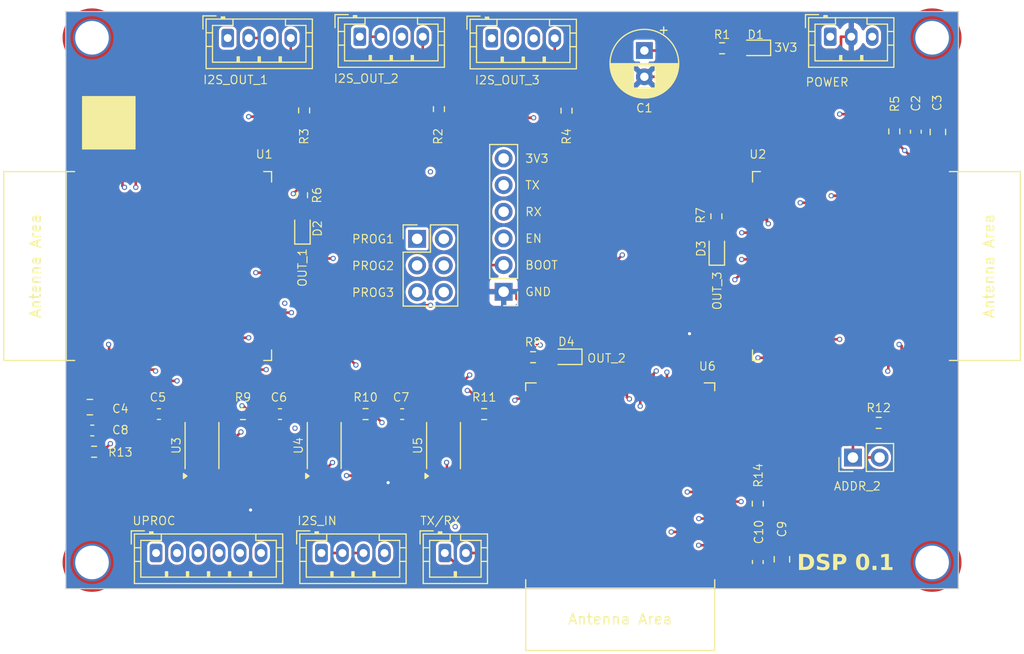
<source format=kicad_pcb>
(kicad_pcb (version 20240108) (generator "pcbnew") (generator_version "8.0")
  (layers (0 "F.Cu" signal) (1 "In1.Cu" signal) (2 "In2.Cu" signal) (31 "B.Cu" signal) (34 "B.Paste" user) (35 "F.Paste" user) (36 "B.SilkS" user "B.Silkscreen") (37 "F.SilkS" user "F.Silkscreen") (38 "B.Mask" user) (39 "F.Mask" user) (44 "Edge.Cuts" user))
  (net 0 "")
  (net 1 "GND")
  (net 2 "3V3")
  (net 3 "5V")
  (net 4 "Net-(D2-A)")
  (net 5 "I2S_IN_LRCLK")
  (net 6 "I2S_IN_DATA")
  (net 7 "I2S_IN_BCLK")
  (net 8 "I2S_OUT_1_DATA")
  (net 9 "I2S_OUT_2_DATA")
  (net 10 "I2S_OUT_3_DATA")
  (net 11 "I2S_IN_MCLK")
  (net 12 "Net-(D4-A)")
  (net 13 "EN1")
  (net 14 "EN")
  (net 15 "TX")
  (net 16 "RX")
  (net 17 "BOOT")
  (net 19 "ADDR")
  (net 20 "SCL")
  (net 21 "SDA")
  (net 22 "PROCESS_1")
  (net 23 "PROCESS_2")
  (net 24 "PROCESS_3")
  (net 25 "Net-(D1-A)")
  (net 26 "Net-(D3-A)")
  (net 64 "EN2")
  (net 65 "EN3")
  (net 66 "Net-(U2-GPIO4{slash}TOUCH4{slash}ADC1_CH3)")
  (net 67 "Net-(U6-GPIO4{slash}TOUCH4{slash}ADC1_CH3)")
  (net 68 "Net-(U3-OUT2)")
  (net 96 "Net-(U1-GPIO4{slash}TOUCH4{slash}ADC1_CH3)")
  (net 97 "I2S_BCLK")
  (net 98 "I2S_MCLK")
  (net 99 "I2S_LRCLK")
  (net 100 "I2S_OUT_MCLK")
  (net 105 "I2S_OUT_BCLK")
  (net 108 "I2S_OUT_LRCLK")
  (net 109 "Net-(U4-OUT2)")
  (net 110 "Net-(U5-OUT2)")
  (footprint "MountingHole:MountingHole_3.2mm_M3_DIN965_Pad_TopOnly" (layer "F.Cu") (at 61.9364 65.665)
    (property "Reference" "H1" (hide yes))
    (property "Value" "MountingHole")
  )
  (footprint "Connector_JST:JST_PH_B6B-PH-K_1x06_P2.00mm_Vertical" (layer "F.Cu") (at 68.0364 114.765)
    (property "Reference" "J9" (hide yes))
    (property "Value" "Conn_01x06_Pin")
  )
  (footprint "MountingHole:MountingHole_3.2mm_M3_DIN965_Pad_TopOnly" (layer "F.Cu") (at 141.9364 65.665)
    (property "Reference" "H2" (hide yes))
    (property "Value" "MountingHole")
  )
  (footprint "Resistor_SMD:R_0603_1608Metric" (layer "F.Cu") (at 121.3964 82.6775 -90)
    (property "Reference" "R7")
    (property "Value" "150R")
  )
  (footprint "Capacitor_SMD:C_0805_2012Metric_Pad1.18x1.45mm_HandSolder" (layer "F.Cu") (at 142.4864 74.64 90)
    (property "Reference" "C3")
    (property "Value" "10u")
  )
  (footprint "Resistor_SMD:R_0603_1608Metric" (layer "F.Cu") (at 94.9739 72.465 90)
    (property "Reference" "R2")
    (property "Value" "22R")
  )
  (footprint "Resistor_SMD:R_0603_1608Metric" (layer "F.Cu") (at 103.9364 96.105)
    (property "Reference" "R8")
    (property "Value" "150R")
  )
  (footprint "PCM_Espressif:ESP32-S3-WROOM-1" (layer "F.Cu") (at 112.2364 108.305 180)
    (property "Reference" "U6")
    (property "Value" "ESP32-S3-WROOM-1")
  )
  (footprint "Resistor_SMD:R_0603_1608Metric" (layer "F.Cu") (at 99.2864 101.5275)
    (property "Reference" "R11")
    (property "Value" "22R")
  )
  (footprint "Resistor_SMD:R_0603_1608Metric" (layer "F.Cu") (at 62.1364 105.115)
    (property "Reference" "R13")
    (property "Value" "4.7K")
  )
  (footprint "MountingHole:MountingHole_3.2mm_M3_DIN965_Pad_TopOnly" (layer "F.Cu") (at 141.9364 115.665)
    (property "Reference" "H4" (hide yes))
    (property "Value" "MountingHole")
  )
  (footprint "Connector_JST:JST_PH_B4B-PH-K_1x04_P2.00mm_Vertical" (layer "F.Cu") (at 100.0031 65.715)
    (property "Reference" "J4" (hide yes))
    (property "Value" "Conn_01x04_Pin")
  )
  (footprint "Resistor_SMD:R_0603_1608Metric" (layer "F.Cu") (at 87.9864 101.5275)
    (property "Reference" "R10")
    (property "Value" "22R")
  )
  (footprint "PCM_Espressif:ESP32-S3-WROOM-1" (layer "F.Cu") (at 134.5864 87.415 -90)
    (property "Reference" "U2")
    (property "Value" "ESP32-S3-WROOM-1")
  )
  (footprint "PCM_Espressif:ESP32-S3-WROOM-1" (layer "F.Cu") (at 69.2864 87.415 90)
    (property "Reference" "U1")
    (property "Value" "ESP32-S3-WROOM-1")
  )
  (footprint "Connector_PinHeader_2.54mm:PinHeader_1x02_P2.54mm_Vertical" (layer "F.Cu") (at 134.3964 105.665 90)
    (property "Reference" "J8" (hide yes))
    (property "Value" "Conn_01x02_Pin")
  )
  (footprint "Capacitor_SMD:C_0805_2012Metric_Pad1.18x1.45mm_HandSolder" (layer "F.Cu") (at 127.6364 115.365 90)
    (property "Reference" "C9")
    (property "Value" "10u")
  )
  (footprint "Capacitor_SMD:C_0603_1608Metric_Pad1.08x0.95mm_HandSolder" (layer "F.Cu") (at 79.8364 101.5275 180)
    (property "Reference" "C6")
    (property "Value" "0.1u")
  )
  (footprint "Connector_JST:JST_PH_B3B-PH-K_1x03_P2.00mm_Vertical" (layer "F.Cu") (at 132.2364 65.565)
    (property "Reference" "J2" (hide yes))
    (property "Value" "Conn_01x03_Pin")
  )
  (footprint "Resistor_SMD:R_0603_1608Metric" (layer "F.Cu") (at 76.3114 101.5275)
    (property "Reference" "R9")
    (property "Value" "22R")
  )
  (footprint "Connector_JST:JST_PH_B4B-PH-K_1x04_P2.00mm_Vertical" (layer "F.Cu") (at 83.7864 114.765)
    (property "Reference" "J10" (hide yes))
    (property "Value" "Conn_01x04_Pin")
  )
  (footprint "Resistor_SMD:R_0603_1608Metric" (layer "F.Cu") (at 138.3364 74.59 -90)
    (property "Reference" "R5")
    (property "Value" "4.7K")
  )
  (footprint "Capacitor_SMD:C_0603_1608Metric_Pad1.08x0.95mm_HandSolder" (layer "F.Cu") (at 61.9664 103.09 180)
    (property "Reference" "C8")
    (property "Value" "0.1u")
  )
  (footprint "MountingHole:MountingHole_3.2mm_M3_DIN965_Pad_TopOnly" (layer "F.Cu") (at 61.9364 115.665)
    (property "Reference" "H3" (hide yes))
    (property "Value" "MountingHole")
  )
  (footprint "Connector_JST:JST_PH_B4B-PH-K_1x04_P2.00mm_Vertical" (layer "F.Cu") (at 87.4364 65.565)
    (property "Reference" "J1" (hide yes))
    (property "Value" "Conn_01x04_Pin")
  )
  (footprint "Connector_PinHeader_2.54mm:PinHeader_2x03_P2.54mm_Vertical" (layer "F.Cu") (at 92.8964 84.825)
    (property "Reference" "J6" (hide yes))
    (property "Value" "Conn_02x03_Odd_Even")
  )
  (footprint "Connector_PinHeader_2.54mm:PinHeader_1x06_P2.54mm_Vertical" (layer "F.Cu") (at 101.1364 89.865 180)
    (property "Reference" "J7" (hide yes))
    (property "Value" "Conn_01x06_Pin")
  )
  (footprint "Capacitor_THT:CP_Radial_D6.3mm_P2.50mm" (layer "F.Cu") (at 114.5364 66.8826 -90)
    (property "Reference" "C1")
    (property "Value" "220u")
  )
  (footprint "Diode_SMD:D_0603_1608Metric" (layer "F.Cu") (at 107.1114 96.065 180)
    (property "Reference" "D4")
    (property "Value" "BLUE")
  )
  (footprint "Capacitor_SMD:C_0805_2012Metric_Pad1.18x1.45mm_HandSolder" (layer "F.Cu") (at 61.7364 100.865 180)
    (property "Reference" "C4")
    (property "Value" "10u")
  )
  (footprint "Diode_SMD:D_0603_1608Metric" (layer "F.Cu") (at 125.0739 66.625 180)
    (property "Reference" "D1")
    (property "Value" "BLUE")
  )
  (footprint "Connector_JST:JST_PH_B2B-PH-K_1x02_P2.00mm_Vertical" (layer "F.Cu") (at 95.5364 114.765)
    (property "Reference" "J11" (hide yes))
    (property "Value" "Conn_01x02_Pin")
  )
  (footprint "Capacitor_SMD:C_0603_1608Metric_Pad1.08x0.95mm_HandSolder" (layer "F.Cu") (at 125.3364 115.6275 90)
    (property "Reference" "C10")
    (property "Value" "0.1u")
  )
  (footprint "Capacitor_SMD:C_0603_1608Metric_Pad1.08x0.95mm_HandSolder" (layer "F.Cu") (at 91.4739 101.5275 180)
    (property "Reference" "C7")
    (property "Value" "0.1u")
  )
  (footprint "Resistor_SMD:R_0603_1608Metric" (layer "F.Cu") (at 107.1241 72.615 90)
    (property "Reference" "R4")
    (property "Value" "22R")
  )
  (footprint "Capacitor_SMD:C_0603_1608Metric_Pad1.08x0.95mm_HandSolder" (layer "F.Cu") (at 68.3114 101.5275 180)
    (property "Reference" "C5")
    (property "Value" "0.1u")
  )
  (footprint "Capacitor_SMD:C_0603_1608Metric_Pad1.08x0.95mm_HandSolder" (layer "F.Cu") (at 140.3864 74.615 90)
    (property "Reference" "C2")
    (property "Value" "0.1u")
  )
  (footprint "Package_SO:TSSOP-8_4.4x3mm_P0.65mm" (layer "F.Cu") (at 95.4114 104.5275 90)
    (property "Reference" "U5")
    (property "Value" "PI6CV304")
  )
  (footprint "Resistor_SMD:R_0603_1608Metric" (layer "F.Cu") (at 121.9364 66.665)
    (property "Reference" "R1")
    (property "Value" "150R")
  )
  (footprint "Diode_SMD:D_0603_1608Metric" (layer "F.Cu") (at 121.4364 85.8525 90)
    (property "Reference" "D3")
    (property "Value" "BLUE")
  )
  (footprint "Package_SO:TSSOP-8_4.4x3mm_P0.65mm" (layer "F.Cu") (at 72.4114 104.5275 90)
    (property "Reference" "U3")
    (property "Value" "PI6CV304")
  )
  (footprint "Diode_SMD:D_0603_1608Metric" (layer "F.Cu") (at 81.9764 83.84 90)
    (property "Reference" "D2")
    (property "Value" "BLUE")
  )
  (footprint "Connector_JST:JST_PH_B4B-PH-K_1x04_P2.00mm_Vertical" (layer "F.Cu") (at 74.8614 65.69)
    (property "Reference" "J3" (hide yes))
    (property "Value" "Conn_01x04_Pin")
  )
  (footprint "Package_SO:TSSOP-8_4.4x3mm_P0.65mm" (layer "F.Cu") (at 84.0489 104.5275 90)
    (property "Reference" "U4")
    (property "Value" "PI6CV304")
  )
  (footprint "Resistor_SMD:R_0603_1608Metric" (layer "F.Cu") (at 136.8464 102.365)
    (property "Reference" "R12")
    (property "Value" "4.7K")
  )
  (footprint "Resistor_SMD:R_0603_1608Metric" (layer "F.Cu") (at 82.1364 72.59 90)
    (property "Reference" "R3")
    (property "Value" "22R")
  )
  (footprint "Resistor_SMD:R_0603_1608Metric" (layer "F.Cu") (at 125.3364 110.065 -90)
    (property "Reference" "R14")
    (property "Value" "4.7K")
  )
  (footprint "Resistor_SMD:R_0603_1608Metric" (layer "F.Cu") (at 81.9364 80.665 -90)
    (property "Reference" "R6")
    (property "Value" "150R")
  )
  (gr_rect (start 61.0364 71.265) (end 66.0364 76.265) (stroke (width 0.1)) (fill solid) (layer "F.SilkS"))
  (gr_line (start 59.4364 108.165) (end 59.4364 63.165) (stroke (width 0.1)) (layer "Edge.Cuts"))
  (gr_line (start 59.4364 118.165) (end 59.4364 108.165) (stroke (width 0.1)) (layer "Edge.Cuts"))
  (gr_line (start 144.4364 118.165) (end 144.4364 63.165) (stroke (width 0.1)) (layer "Edge.Cuts"))
  (gr_line (start 59.4364 63.165) (end 144.4364 63.165) (stroke (width 0.1)) (layer "Edge.Cuts"))
  (gr_line (start 59.4364 118.165) (end 144.4364 118.165) (stroke (width 0.1)) (layer "Edge.Cuts"))
  (gr_text "DSP 0.1" (at 138.3114 116.64 0) (layer "F.SilkS") (effects (font (size 1.5 1.5) (thickness 0.1) (bold yes)) (justify right bottom)))
  (gr_text "I2S_OUT_3" (at 98.3364 70.165 0) (layer "F.SilkS") (effects (font (size 0.8 0.8) (thickness 0.1)) (justify left bottom)))
  (gr_text "I2S_IN" (at 81.4364 112.165 0) (layer "F.SilkS") (effects (font (size 0.8 0.8) (thickness 0.1)) (justify left bottom)))
  (gr_text "ADDR_2" (at 132.5214 108.865 0) (layer "F.SilkS") (effects (font (size 0.8 0.8) (thickness 0.1)) (justify left bottom)))
  (gr_text "3V3\n" (at 103.1364 77.645 0) (layer "F.SilkS") (effects (font (size 0.8 0.8) (thickness 0.1)) (justify left bottom)))
  (gr_text "OUT_2\n" (at 109.0364 96.673 0) (layer "F.SilkS") (effects (font (size 0.8 0.8) (thickness 0.1)) (justify left bottom)))
  (gr_text "PROG3" (at 86.6364 90.415 0) (layer "F.SilkS") (effects (font (size 0.8 0.8) (thickness 0.1)) (justify left bottom)))
  (gr_text "OUT_1" (at 82.4364 89.465 90) (layer "F.SilkS") (effects (font (size 0.8 0.8) (thickness 0.1)) (justify left bottom)))
  (gr_text "EN" (at 103.1364 85.265 0) (layer "F.SilkS") (effects (font (size 0.8 0.8) (thickness 0.1)) (justify left bottom)))
  (gr_text "PROG1\n" (at 86.6364 85.315 0) (layer "F.SilkS") (effects (font (size 0.8 0.8) (thickness 0.1)) (justify left bottom)))
  (gr_text "BOOT\n" (at 103.1364 87.805 0) (layer "F.SilkS") (effects (font (size 0.8 0.8) (thickness 0.1)) (justify left bottom)))
  (gr_text "OUT_3" (at 121.9364 91.665 90) (layer "F.SilkS") (effects (font (size 0.8 0.8) (thickness 0.1)) (justify left bottom)))
  (gr_text "I2S_OUT_1" (at 72.4614 70.14 0) (layer "F.SilkS") (effects (font (size 0.8 0.8) (thickness 0.1)) (justify left bottom)))
  (gr_text "RX" (at 103.1364 82.725 0) (layer "F.SilkS") (effects (font (size 0.8 0.8) (thickness 0.1)) (justify left bottom)))
  (gr_text "PROG2" (at 86.6364 87.865 0) (layer "F.SilkS") (effects (font (size 0.8 0.8) (thickness 0.1)) (justify left bottom)))
  (gr_text "I2S_OUT_2" (at 84.8989 70.015 0) (layer "F.SilkS") (effects (font (size 0.8 0.8) (thickness 0.1)) (justify left bottom)))
  (gr_text "3V3" (at 126.8364 67.065 0) (layer "F.SilkS") (effects (font (size 0.8 0.8) (thickness 0.1)) (justify left bottom)))
  (gr_text "TX/RX" (at 93.1364 112.165 0) (layer "F.SilkS") (effects (font (size 0.8 0.8) (thickness 0.1)) (justify left bottom)))
  (gr_text "UPROC" (at 65.7364 112.165 0) (layer "F.SilkS") (effects (font (size 0.8 0.8) (thickness 0.1)) (justify left bottom)))
  (gr_text "POWER" (at 129.8364 70.365 0) (layer "F.SilkS") (effects (font (size 0.8 0.8) (thickness 0.1)) (justify left bottom)))
  (gr_text "TX\n" (at 103.1364 80.185 0) (layer "F.SilkS") (effects (font (size 0.8 0.8) (thickness 0.1)) (justify left bottom)))
  (gr_text "GND\n" (at 103.1364 90.345 0) (layer "F.SilkS") (effects (font (size 0.8 0.8) (thickness 0.1)) (justify left bottom)))
  (segment (start 142.8464 96.165) (end 142.8464 94.4617) (width 0.25) (layer "F.Cu") (net 1))
  (segment (start 105.6498 99.9317) (end 105.2514 99.9317) (width 0.25) (layer "F.Cu") (net 1))
  (segment (start 106.2856 97.6783) (end 105.2514 97.6783) (width 0.25) (layer "F.Cu") (net 1))
  (segment (start 107.8989 96.065) (end 102.3631 90.5292) (width 0.25) (layer "F.Cu") (net 1))
  (segment (start 123.9597 81.7) (end 122.8838 82.7759) (width 0.25) (layer "F.Cu") (net 1))
  (segment (start 113.0364 108.845) (end 113.0364 110.245) (width 0.25) (layer "F.Cu") (net 1))
  (segment (start 81.9764 84.6275) (end 86.2245 84.6275) (width 0.25) (layer "F.Cu") (net 1))
  (segment (start 120.5364 85.74) (end 106.4881 85.74) (width 0.25) (layer "F.Cu") (net 1))
  (segment (start 120.9864 116.565) (end 123.5364 116.565) (width 0.25) (layer "F.Cu") (net 1))
  (segment (start 112.3364 107.445) (end 112.3364 106.6183) (width 0.25) (layer "F.Cu") (net 1))
  (segment (start 65.7497 90.315) (end 61.0264 95.0383) (width 0.25) (layer "F.Cu") (net 1))
  (segment (start 125.0864 81.7) (end 123.9597 81.7) (width 0.25) (layer "F.Cu") (net 1))
  (segment (start 67.3464 88.5016) (end 67.3464 88.0883) (width 0.25) (layer "F.Cu") (net 1))
  (segment (start 85.5274 105.3244) (end 88.2466 105.3244) (width 0.25) (layer "F.Cu") (net 1))
  (segment (start 136.5264 87.315) (end 136.5264 88.1417) (width 0.25) (layer "F.Cu") (net 1))
  (segment (start 138.1231 84.515) (end 142.8464 79.7917) (width 0.25) (layer "F.Cu") (net 1))
  (segment (start 67.3464 90.315) (end 65.7497 90.315) (width 0.25) (layer "F.Cu") (net 1))
  (segment (start 140.3864 73.7525) (end 142.121 73.7525) (width 0.25) (layer "F.Cu") (net 1))
  (segment (start 142.313 73.7525) (end 143.6368 75.0763) (width 0.25) (layer "F.Cu") (net 1))
  (segment (start 125.0864 81.7) (end 128.7416 81.7) (width 0.25) (layer "F.Cu") (net 1))
  (segment (start 61.1039 101.27) (end 61.1039 103.09) (width 0.25) (layer "F.Cu") (net 1))
  (segment (start 113.0364 107.445) (end 112.3364 107.445) (width 0.25) (layer "F.Cu") (net 1))
  (segment (start 143.6368 75.0763) (end 143.6368 76.7479) (width 0.25) (layer "F.Cu") (net 1))
  (segment (start 101.1364 89.865) (end 99.9097 89.865) (width 0.25) (layer "F.Cu") (net 1))
  (segment (start 143.6368 76.7479) (end 142.8464 77.5383) (width 0.25) (layer "F.Cu") (net 1))
  (segment (start 115.1364 110.245) (end 115.1364 111.8417) (width 0.25) (layer "F.Cu") (net 1))
  (segment (start 133.2432 66.8327) (end 133.2597 66.8162) (width 0.25) (layer "F.Cu") (net 1))
  (segment (start 133.7264 84.515) (end 132.8997 84.515) (width 0.25) (layer "F.Cu") (net 1))
  (segment (start 68.7464 88.915) (end 67.9197 88.915) (width 0.25) (layer "F.Cu") (net 1))
  (segment (start 122.8838 85.1926) (end 121.4364 86.64) (width 0.25) (layer "F.Cu") (net 1))
  (segment (start 122.8838 82.7759) (end 122.8838 85.1926) (width 0.25) (layer "F.Cu") (net 1))
  (segment (start 113.7364 107.445) (end 115.1364 107.445) (width 0.25) (layer "F.Cu") (net 1))
  (segment (start 70.1464 87.515) (end 68.7464 87.515) (width 0.25) (layer "F.Cu") (net 1))
  (segment (start 70.9731 90.315) (end 73.7881 93.13) (width 0.25) (layer "F.Cu") (net 1))
  (segment (start 66.1791 84.9444) (end 61.0264 79.7917) (width 0.25) (layer "F.Cu") (net 1))
  (segment (start 61.8154 99.7485) (end 60.6989 100.865) (width 0.25) (layer "F.Cu") (net 1))
  (segment (start 142.8464 94.4617) (end 136.5264 88.1417) (width 0.25) (layer "F.Cu") (net 1))
  (segment (start 107.8989 96.065) (end 106.2856 97.6783) (width 0.25) (layer "F.Cu") (net 1))
  (segment (start 105.2514 98.2416) (end 105.2514 97.6783) (width 0.25) (layer "F.Cu") (net 1))
  (segment (start 110.4131 116.565) (end 115.1364 111.8417) (width 0.25) (layer "F.Cu") (net 1))
  (segment (start 113.0364 107.445) (end 113.0364 108.845) (width 0.25) (layer "F.Cu") (net 1))
  (segment (start 113.7364 110.245) (end 115.1364 110.245) (width 0.25) (layer "F.Cu") (net 1))
  (segment (start 133.7264 86.3283) (end 133.7264 86.7417) (width 0.25) (layer "F.Cu") (net 1))
  (segment (start 103.4864 116.565) (end 110.4131 116.565) (width 0.25) (layer "F.Cu") (net 1))
  (segment (start 142.8464 97.2917) (end 142.7447 97.2917) (width 0.25) (layer "F.Cu") (net 1))
  (segment (start 70.1464 87.515) (end 70.9731 87.515) (width 0.25) (layer "F.Cu") (net 1))
  (segment (start 70.9731 84.9444) (end 66.1791 84.9444) (width 0.25) (layer "F.Cu") (net 1))
  (segment (start 67.3464 87.515) (end 67.3464 88.0883) (width 0.25) (layer "F.Cu") (net 1))
  (segment (start 86.2245 84.6275) (end 90.2353 88.6383) (width 0.25) (layer "F.Cu") (net 1))
  (segment (start 78.7864 80.43) (end 77.6597 80.43) (width 0.25) (layer "F.Cu") (net 1))
  (segment (start 90.6114 102.9596) (end 90.6114 101.5275) (width 0.25) (layer "F.Cu") (net 1))
  (segment (start 101.504 99.9606) (end 101.504 101.4777) (width 0.25) (layer "F.Cu") (net 1))
  (segment (start 133.2597 66.8162) (end 133.4501 66.8162) (width 0.25) (layer "F.Cu") (net 1))
  (segment (start 134.7131 85.915) (end 135.1264 85.915) (width 0.25) (layer "F.Cu") (net 1))
  (segment (start 142.8464 96.7283) (end 142.8464 97.2917) (width 0.25) (layer "F.Cu") (net 1))
  (segment (start 133.8864 86.3283) (end 134.2997 85.915) (width 0.25) (layer "F.Cu") (net 1))
  (segment (start 81.9764 84.6275) (end 79.9131 82.5642) (width 0.25) (layer "F.Cu") (net 1))
  (segment (start 98.683 88.6383) (end 99.9097 89.865) (width 0.25) (layer "F.Cu") (net 1))
  (segment (start 120.4231 116.565) (end 119.8597 116.565) (width 0.25) (layer "F.Cu") (net 1))
  (segment (start 70.9731 84.9444) (end 70.9731 87.515) (width 0.25) (layer "F.Cu") (net 1))
  (segment (start 133.2597 66.8162) (end 133.2597 65.565) (width 0.25) (layer "F.Cu") (net 1))
  (segment (start 135.1264 87.315) (end 136.5264 87.315) (width 0.25) (layer "F.Cu") (net 1))
  (segment (start 133.4501 66.8162) (end 140.3864 73.7525) (width 0.25) (layer "F.Cu") (net 1))
  (segment (start 61.8154 99.7485) (end 61.0264 98.9595) (width 0.25) (layer "F.Cu") (net 1))
  (segment (start 113.7364 108.845) (end 115.1364 108.845) (width 0.25) (layer "F.Cu") (net 1))
  (segment (start 67.3464 88.5016) (end 67.5063 88.5016) (width 0.25) (layer "F.Cu") (net 1))
  (segment (start 61.0264 98.9595) (end 61.0264 96.165) (width 0.25) (layer "F.Cu") (net 1))
  (segment (start 134.7131 84.515) (end 135.1264 84.515) (width 0.25) (layer "F.Cu") (net 1))
  (segment (start 88.2466 105.3244) (end 90.6114 102.9596) (width 0.25) (layer "F.Cu") (net 1))
  (segment (start 115.1364 111.8417) (end 119.8597 116.565) (width 0.25) (layer "F.Cu") (net 1))
  (segment (start 105.2514 98.805) (end 105.2514 99.9317) (width 0.25) (layer "F.Cu") (net 1))
  (segment (start 78.9739 101.8025) (end 73.3864 107.39) (width 0.25) (layer "F.Cu") (net 1))
  (segment (start 68.7464 87.515) (end 67.3464 87.515) (width 0.25) (layer "F.Cu") (net 1))
  (segment (start 90.2353 88.6383) (end 98.683 88.6383) (width 0.25) (layer "F.Cu") (net 1))
  (segment (start 133.7264 87.315) (end 135.1264 87.315) (width 0.25) (layer "F.Cu") (net 1))
  (segment (start 112.3364 106.6183) (end 105.6498 99.9317) (width 0.25) (layer "F.Cu") (net 1))
  (segment (start 123.5364 116.565) (end 125.3364 114.765) (width 0.25) (layer "F.Cu") (net 1))
  (segment (start 68.7464 90.315) (end 67.3464 90.315) (width 0.25) (layer "F.Cu") (net 1))
  (segment (start 113.0364 110.245) (end 113.7364 110.245) (width 0.25) (layer "F.Cu") (net 1))
  (segment (start 79.9131 82.5642) (end 79.9131 80.43) (width 0.25) (layer "F.Cu") (net 1))
  (segment (start 128.7416 81.7) (end 131.5566 84.515) (width 0.25) (layer "F.Cu") (net 1))
  (segment (start 134.7131 85.915) (end 134.2997 85.915) (width 0.25) (layer "F.Cu") (net 1))
  (segment (start 133.7264 87.315) (end 133.7264 86.7417) (width 0.25) (layer "F.Cu") (net 1))
  (segment (start 125.8614 66.625) (end 123.1038 69.3826) (width 0.25) (layer "F.Cu") (net 1))
  (segment (start 112.3364 110.245) (end 113.0364 110.245) (width 0.25) (layer "F.Cu") (net 1))
  (segment (start 142.7447 97.2917) (end 137.6714 102.365) (width 0.25) (layer "F.Cu") (net 1))
  (segment (start 73.1453 84.9444) (end 70.9731 84.9444) (width 0.25) (layer "F.Cu") (net 1))
  (segment (start 85.5274 105.3244) (end 85.5274 106.8865) (width 0.25) (layer "F.Cu") (net 1))
  (segment (start 61.0264 78.665) (end 61.0264 79.7917) (width 0.25) (layer "F.Cu") (net 1))
  (segment (start 134.2364 65.565) (end 133.2597 65.565) (width 0.25) (layer "F.Cu") (net 1))
  (segment (start 135.1264 84.515) (end 136.5264 84.515) (width 0.25) (layer "F.Cu") (net 1))
  (segment (start 82.4958 105.3244) (end 78.9739 101.8025) (width 0.25) (layer "F.Cu") (net 1))
  (segment (start 96.3864 102.9596) (end 90.6114 102.9596) (width 0.25) (layer "F.Cu") (net 1))
  (segment (start 112.3364 108.845) (end 113.0364 108.845) (width 0.25) (layer "F.Cu") (net 1))
  (segment (start 79.3498 80.43) (end 79.9131 80.43) (width 0.25) (layer "F.Cu") (net 1))
  (segment (start 101.1364 89.865) (end 102.3631 89.865) (width 0.25) (layer "F.Cu") (net 1))
  (segment (start 100.0221 102.9596) (end 96.3864 102.9596) (width 0.25) (layer "F.Cu") (net 1))
  (segment (start 101.504 101.4777) (end 100.0221 102.9596) (width 0.25) (layer "F.Cu") (net 1))
  (segment (start 133.7264 85.915) (end 133.7264 86.3283) (width 0.25) (layer "F.Cu") (net 1))
  (segment (start 65.6699 99.7485) (end 61.8154 99.7485) (width 0.25) (layer "F.Cu") (net 1))
  (segment (start 126.0691 66.8327) (end 133.2432 66.8327) (width 0.25) (layer "F.Cu") (net 1))
  (segment (start 142.8464 78.665) (end 142.8464 79.7917) (width 0.25) (layer "F.Cu") (net 1))
  (segment (start 133.7264 84.515) (end 134.2997 84.515) (width 0.25) (layer "F.Cu") (net 1))
  (segment (start 125.3364 114.765) (end 127.1989 114.765) (width 0.25) (layer "F.Cu") (net 1))
  (segment (start 102.3631 90.5292) (end 102.3631 89.865) (width 0.25) (layer "F.Cu") (net 1))
  (segment (start 67.5063 88.5016) (end 67.9197 88.915) (width 0.25) (layer "F.Cu") (net 1))
  (segment (start 113.0364 108.845) (end 113.7364 108.845) (width 0.25) (layer "F.Cu") (net 1))
  (segment (start 67.3464 88.915) (end 67.3464 88.5016) (width 0.25) (layer "F.Cu") (net 1))
  (segment (start 121.4364 86.64) (end 120.5364 85.74) (width 0.25) (layer "F.Cu") (net 1))
  (segment (start 106.4881 85.74) (end 102.3631 89.865) (width 0.25) (layer "F.Cu") (net 1))
  (segment (start 113.0364 107.445) (end 113.7364 107.445) (width 0.25) (layer "F.Cu") (net 1))
  (segment (start 123.1038 69.3826) (end 114.5364 69.3826) (width 0.25) (layer "F.Cu") (net 1))
  (segment (start 103.223 98.2416) (end 101.504 99.9606) (width 0.25) (layer "F.Cu") (net 1))
  (segment (start 73.7881 93.13) (end 78.7864 93.13) (width 0.25) (layer "F.Cu") (net 1))
  (segment (start 131.5566 84.515) (end 132.8997 84.515) (width 0.25) (layer "F.Cu") (net 1))
  (segment (start 61.0264 96.165) (end 61.0264 95.0383) (width 0.25) (layer "F.Cu") (net 1))
  (segment (start 77.6597 80.43) (end 73.1453 84.9444) (width 0.25) (layer "F.Cu") (net 1))
  (segment (start 96.3864 107.39) (end 96.3864 102.9596) (width 0.25) (layer "F.Cu") (net 1))
  (segment (start 133.7264 85.915) (end 133.7264 84.515) (width 0.25) (layer "F.Cu") (net 1))
  (segment (start 85.5274 106.8865) (end 85.0239 107.39) (width 0.25) (layer "F.Cu") (net 1))
  (segment (start 70.1464 90.315) (end 70.9731 90.315) (width 0.25) (layer "F.Cu") (net 1))
  (segment (start 105.2514 98.2416) (end 103.223 98.2416) (width 0.25) (layer "F.Cu") (net 1))
  (segment (start 85.5274 105.3244) (end 82.4958 105.3244) (width 0.25) (layer "F.Cu") (net 1))
  (segment (start 133.7264 86.3283) (end 133.8864 86.3283) (width 0.25) (layer "F.Cu") (net 1))
  (segment (start 70.1464 88.915) (end 68.7464 88.915) (width 0.25) (layer "F.Cu") (net 1))
  (segment (start 135.1264 85.915) (end 136.5264 85.915) (width 0.25) (layer "F.Cu") (net 1))
  (segment (start 136.5264 84.515) (end 138.1231 84.515) (width 0.25) (layer "F.Cu") (net 1))
  (segment (start 134.7131 84.515) (end 134.2997 84.515) (width 0.25) (layer "F.Cu") (net 1))
  (segment (start 67.4489 101.5275) (end 65.6699 99.7485) (width 0.25) (layer "F.Cu") (net 1))
  (segment (start 68.7464 90.315) (end 70.1464 90.315) (width 0.25) (layer "F.Cu") (net 1))
  (segment (start 70.1464 88.915) (end 70.1464 90.315) (width 0.25) (layer "F.Cu") (net 1))
  (segment (start 142.8464 78.665) (end 142.8464 77.5383) (width 0.25) (layer "F.Cu") (net 1))
  (via (at 77.0364 110.665) (size 0.5) (drill 0.3) (layers "F.Cu" "B.Cu") (net 1))
  (via (at 90.1364 108.065) (size 0.5) (drill 0.3) (layers "F.Cu" "B.Cu") (net 1))
  (via (at 118.8364 93.865) (size 0.5) (drill 0.3) (layers "F.Cu" "B.Cu") (net 1))
  (segment (start 128.7481 113.6826) (end 128.7076 113.6421) (width 0.25) (layer "F.Cu") (net 2))
  (segment (start 83.7239 108.3525) (end 84.1364 108.765) (width 0.25) (layer "F.Cu") (net 2))
  (segment (start 141.5764 78.665) (end 141.5764 76.5875) (width 0.25) (layer "F.Cu") (net 2))
  (segment (start 73.5514 100.0848) (end 72.7364 100.8998) (width 0.25) (layer "F.Cu") (net 2))
  (segment (start 62.7739 100.865) (end 62.7739 103.035) (width 0.25) (layer "F.Cu") (net 2))
  (segment (start 95.39 100.5156) (end 95.7364 100.862) (width 0.25) (layer "F.Cu") (net 2))
  (segment (start 114.5364 66.8826) (end 115.7131 66.8826) (width 0.25) (layer "F.Cu") (net 2))
  (segment (start 136.9364 105.665) (end 135.7097 105.665) (width 0.25) (layer "F.Cu") (net 2))
  (segment (start 125.3364 116.49) (end 127.5489 116.49) (width 0.25) (layer "F.Cu") (net 2))
  (segment (start 82.5792 106.2403) (end 80.3027 108.5168) (width 0.25) (layer "F.Cu") (net 2))
  (segment (start 64.9381 97.2917) (end 69.1739 101.5275) (width 0.25) (layer "F.Cu") (net 2))
  (segment (start 72.3736 108.5168) (end 72.0864 108.2296) (width 0.25) (layer "F.Cu") (net 2))
  (segment (start 83.3529 106.2403) (end 82.5792 106.2403) (width 0.25) (layer "F.Cu") (net 2))
  (segment (start 124.9235 113.3584) (end 122.9869 115.295) (width 0.25) (layer "F.Cu") (net 2))
  (segment (start 72.7364 100.8998) (end 72.7364 101.665) (width 0.25) (layer "F.Cu") (net 2))
  (segment (start 126.2368 113.3584) (end 124.9235 113.3584) (width 0.25) (layer "F.Cu") (net 2))
  (segment (start 122.9869 115.295) (end 120.9864 115.295) (width 0.25) (layer "F.Cu") (net 2))
  (segment (start 95.39 100.5156) (end 95.39 100.3077) (width 0.25) (layer "F.Cu") (net 2))
  (segment (start 121.1114 66.665) (end 115.9307 66.665) (width 0.25) (layer "F.Cu") (net 2))
  (segment (start 62.2964 97.2917) (end 64.9381 97.2917) (width 0.25) (layer "F.Cu") (net 2))
  (segment (start 140.0489 75.4775) (end 138.3364 73.765) (width 0.25) (layer "F.Cu") (net 2))
  (segment (start 72.7364 102.4693) (end 72.4115 102.7942) (width 0.25) (layer "F.Cu") (net 2))
  (segment (start 126.2368 110.3404) (end 125.3364 109.44) (width 0.25) (layer "F.Cu") (net 2))
  (segment (start 62.8289 103.09) (end 62.8289 103.5975) (width 0.25) (layer "F.Cu") (net 2))
  (segment (start 72.7364 101.665) (end 72.7364 102.4693) (width 0.25) (layer "F.Cu") (net 2))
  (segment (start 128.4239 113.3584) (end 126.2368 113.3584) (width 0.25) (layer "F.Cu") (net 2))
  (segment (start 133.1309 94.4) (end 125.0864 94.4) (width 0.25) (layer "F.Cu") (net 2))
  (segment (start 126.2368 113.3584) (end 126.2368 110.3404) (width 0.25) (layer "F.Cu") (net 2))
  (segment (start 137.5112 72.9398) (end 133.1309 72.9398) (width 0.25) (layer "F.Cu") (net 2))
  (segment (start 62.2964 96.165) (end 62.2964 97.2917) (width 0.25) (layer "F.Cu") (net 2))
  (segment (start 79.2562 100.0848) (end 73.5514 100.0848) (width 0.25) (layer "F.Cu") (net 2))
  (segment (start 84.3739 101.665) (end 84.3739 100.8212) (width 0.25) (layer "F.Cu") (net 2))
  (segment (start 69.1739 101.5275) (end 67.6114 103.09) (width 0.25) (layer "F.Cu") (net 2))
  (segment (start 67.6114 103.09) (end 62.8289 103.09) (width 0.25) (layer "F.Cu") (net 2))
  (segment (start 95.7364 100.862) (end 95.7364 101.665) (width 0.25) (layer "F.Cu") (net 2))
  (segment (start 135.7097 106.64) (end 128.7076 113.6421) (width 0.25) (layer "F.Cu") (net 2))
  (segment (start 80.3027 108.5168) (end 72.3736 108.5168) (width 0.25) (layer "F.Cu") (net 2))
  (segment (start 117.9514 98.805) (end 117.9514 97.6783) (width 0.25) (layer "F.Cu") (net 2))
  (segment (start 142.2864 75.4775) (end 140.3864 75.4775) (width 0.25) (layer "F.Cu") (net 2))
  (segment (start 84.6795 100.5156) (end 84.3739 100.8212) (width 0.25) (layer "F.Cu") (net 2))
  (segment (start 83.7239 106.6113) (end 83.3529 106.2403) (width 0.25) (layer "F.Cu") (net 2))
  (segment (start 72.0864 107.39) (end 72.0864 102.7942) (width 0.25) (layer "F.Cu") (net 2))
  (segment (start 72.4115 102.7942) (end 72.0864 102.7942) (width 0.25) (layer "F.Cu") (net 2))
  (segment (start 83.7239 107.39) (end 83.7239 108.3525) (width 0.25) (layer "F.Cu") (net 2))
  (segment (start 83.7239 107.39) (end 83.7239 106.6113) (width 0.25) (layer "F.Cu") (net 2))
  (segment (start 70.4406 102.7942) (end 69.1739 101.5275) (width 0.25) (layer "F.Cu") (net 2))
  (segment (start 62.8289 103.5975) (end 61.3114 105.115) (width 0.25) (layer "F.Cu") (net 2))
  (segment (start 121.2297 94.4) (end 117.9514 97.6783) (width 0.25) (layer "F.Cu") (net 2))
  (segment (start 92.3364 100.5156) (end 92.3364 101.5275) (width 0.25) (layer "F.Cu") (net 2))
  (segment (start 80.6989 101.5275) (end 79.2562 100.0848) (width 0.25) (layer "F.Cu") (net 2))
  (segment (start 92.3364 100.5156) (end 95.39 100.5156) (width 0.25) (layer "F.Cu") (net 2))
  (segment (start 115.9307 66.665) (end 115.7131 66.8826) (width 0.25) (layer "F.Cu") (net 2))
  (segment (start 94.4963 108.765) (end 95.0864 108.1749) (width 0.25) (layer "F.Cu") (net 2))
  (segment (start 84.1364 108.765) (end 94.4963 108.765) (width 0.25) (layer "F.Cu") (net 2))
  (segment (start 127.6364 116.4025) (end 128.7481 115.2908) (width 0.25) (layer "F.Cu") (net 2))
  (segment (start 95.0864 108.1749) (end 95.0864 107.39) (width 0.25) (layer "F.Cu") (net 2))
  (segment (start 92.3364 100.5156) (end 84.6795 100.5156) (width 0.25) (layer "F.Cu") (net 2))
  (segment (start 141.5764 76.5875) (end 142.4864 75.6775) (width 0.25) (layer "F.Cu") (net 2))
  (segment (start 84.3739 100.8212) (end 84.0939 100.5412) (width 0.25) (layer "F.Cu") (net 2))
  (segment (start 84.0939 100.5412) (end 81.6852 100.5412) (width 0.25) (layer "F.Cu") (net 2))
  (segment (start 128.7481 115.2908) (end 128.7481 113.6826) (width 0.25) (layer "F.Cu") (net 2))
  (segment (start 72.0864 102.7942) (end 70.4406 102.7942) (width 0.25) (layer "F.Cu") (net 2))
  (segment (start 138.3364 73.765) (end 137.5112 72.9398) (width 0.25) (layer "F.Cu") (net 2))
  (segment (start 128.7076 113.6421) (end 128.4239 113.3584) (width 0.25) (layer "F.Cu") (net 2))
  (segment (start 125.0864 94.4) (end 121.2297 94.4) (width 0.25) (layer "F.Cu") (net 2))
  (segment (start 81.6852 100.5412) (end 80.6989 101.5275) (width 0.25) (layer "F.Cu") (net 2))
  (segment (start 72.0864 108.2296) (end 72.0864 107.39) (width 0.25) (layer "F.Cu") (net 2))
  (segment (start 135.7097 105.665) (end 135.7097 106.64) (width 0.25) (layer "F.Cu") (net 2))
  (segment (start 95.39 100.3077) (end 97.8951 97.8026) (width 0.25) (layer "F.Cu") (net 2))
  (via (at 133.1309 72.9398) (size 0.5) (drill 0.3) (layers "F.Cu" "B.Cu") (net 2))
  (via (at 97.8951 97.8026) (size 0.5) (drill 0.3) (layers "F.Cu" "B.Cu") (net 2))
  (via (at 133.1309 94.4) (size 0.5) (drill 0.3) (layers "F.Cu" "B.Cu") (net 2))
  (segment (start 81.9364 83.0125) (end 81.9364 81.49) (width 0.25) (layer "F.Cu") (net 4))
  (segment (start 86.8097 113.7883) (end 86.8097 114.765) (width 0.25) (layer "F.Cu") (net 5))
  (segment (start 83.0739 110.0525) (end 86.8097 113.7883) (width 0.25) (layer "F.Cu") (net 5))
  (segment (start 83.0739 107.39) (end 83.0739 110.0525) (width 0.25) (layer "F.Cu") (net 5))
  (segment (start 87.7864 114.765) (end 86.8097 114.765) (width 0.25) (layer "F.Cu") (net 5))
  (segment (start 115.4114 98.805) (end 115.4114 97.6783) (width 0.25) (layer "F.Cu") (net 6))
  (segment (start 87.0642 96.8502) (end 87.0686 96.8502) (width 0.25) (layer "F.Cu") (net 6))
  (segment (start 125.0864 84.24) (end 123.9597 84.24) (width 0.25) (layer "F.Cu") (net 6))
  (segment (start 79.0481 90.3283) (end 80.5423 90.3283) (width 0.25) (layer "F.Cu") (net 6))
  (segment (start 80.5423 90.3283) (end 87.0642 96.8502) (width 0.25) (layer "F.Cu") (net 6))
  (segment (start 115.6701 97.4196) (end 115.4114 97.6783) (width 0.25) (layer "F.Cu") (net 6))
  (segment (start 123.9597 84.24) (end 123.8103 84.24) (width 0.25) (layer "F.Cu") (net 6))
  (via (at 87.0686 96.8502) (size 0.5) (drill 0.3) (layers "F.Cu" "B.Cu") (net 6))
  (via (at 123.8103 84.24) (size 0.5) (drill 0.3) (layers "F.Cu" "B.Cu") (net 6))
  (via (at 115.6701 97.4196) (size 0.5) (drill 0.3) (layers "F.Cu" "B.Cu") (net 6))
  (segment (start 76.0333 112.9145) (end 83.8616 112.9145) (width 0.25) (layer "F.Cu") (net 7))
  (segment (start 85.7864 114.765) (end 84.8097 114.765) (width 0.25) (layer "F.Cu") (net 7))
  (segment (start 84.8097 113.8626) (end 84.8097 114.765) (width 0.25) (layer "F.Cu") (net 7))
  (segment (start 71.4364 107.39) (end 71.4364 108.3176) (width 0.25) (layer "F.Cu") (net 7))
  (segment (start 83.8616 112.9145) (end 84.8097 113.8626) (width 0.25) (layer "F.Cu") (net 7))
  (segment (start 71.4364 108.3176) (end 76.0333 112.9145) (width 0.25) (layer "F.Cu") (net 7))
  (segment (start 80.8614 70.49) (end 82.1364 71.765) (width 0.25) (layer "F.Cu") (net 8))
  (segment (start 80.8614 65.69) (end 80.8614 70.49) (width 0.25) (layer "F.Cu") (net 8))
  (segment (start 93.4364 65.565) (end 93.4364 70.1025) (width 0.25) (layer "F.Cu") (net 9))
  (segment (start 93.4364 70.1025) (end 94.9739 71.64) (width 0.25) (layer "F.Cu") (net 9))
  (segment (start 106.0031 70.669) (end 107.1241 71.79) (width 0.25) (layer "F.Cu") (net 10))
  (segment (start 106.0031 65.715) (end 106.0031 70.669) (width 0.25) (layer "F.Cu") (net 10))
  (segment (start 94.4364 107.39) (end 86.1731 107.39) (width 0.25) (layer "F.Cu") (net 11))
  (via (at 86.1731 107.39) (size 0.5) (drill 0.3) (layers "F.Cu" "B.Cu") (net 11))
  (segment (start 106.3239 96.065) (end 104.8014 96.065) (width 0.25) (layer "F.Cu") (net 12))
  (segment (start 63.6909 104.3448) (end 62.9614 105.0743) (width 0.25) (layer "F.Cu") (net 13))
  (segment (start 63.5664 96.165) (end 63.5664 94.9343) (width 0.25) (layer "F.Cu") (net 13))
  (segment (start 63.5664 94.9343) (end 63.5193 94.8872) (width 0.25) (layer "F.Cu") (net 13))
  (via (at 63.6909 104.3448) (size 0.5) (drill 0.3) (layers "F.Cu" "B.Cu") (net 13))
  (via (at 63.5193 94.8872) (size 0.5) (drill 0.3) (layers "F.Cu" "B.Cu") (net 13))
  (segment (start 98.5619 116.0345) (end 101.8414 112.755) (width 0.25) (layer "F.Cu") (net 15))
  (segment (start 65.0307 79.9168) (end 64.9056 79.7917) (width 0.25) (layer "F.Cu") (net 15))
  (segment (start 96.8059 116.0345) (end 98.5619 116.0345) (width 0.25) (layer "F.Cu") (net 15))
  (segment (start 95.5364 114.765) (end 96.8059 116.0345) (width 0.25) (layer "F.Cu") (net 15))
  (segment (start 138.7929 94.8896) (end 138.9416 95.0383) (width 0.25) (layer "F.Cu") (net 15))
  (segment (start 138.9416 95.0383) (end 139.0364 95.0383) (width 0.25) (layer "F.Cu") (net 15))
  (segment (start 139.0364 96.165) (end 139.0364 95.0383) (width 0.25) (layer "F.Cu") (net 15))
  (segment (start 101.8414 112.755) (end 103.4864 112.755) (width 0.25) (layer "F.Cu") (net 15))
  (segment (start 64.8364 78.665) (end 64.8364 79.7917) (width 0.25) (layer "F.Cu") (net 15))
  (segment (start 64.9056 79.7917) (end 64.8364 79.7917) (width 0.25) (layer "F.Cu") (net 15))
  (via (at 65.0307 79.9168) (size 0.5) (drill 0.3) (layers "F.Cu" "B.Cu") (net 15))
  (via (at 138.7929 94.8896) (size 0.5) (drill 0.3) (layers "F.Cu" "B.Cu") (net 15))
  (segment (start 97.5364 114.765) (end 98.5131 114.765) (width 0.25) (layer "F.Cu") (net 16))
  (segment (start 66.1064 78.665) (end 66.1064 79.9168) (width 0.25) (layer "F.Cu") (net 16))
  (segment (start 137.7664 97.3804) (end 137.7132 97.4336) (width 0.25) (layer "F.Cu") (net 16))
  (segment (start 98.5131 114.765) (end 101.7931 111.485) (width 0.25) (layer "F.Cu") (net 16))
  (segment (start 137.7664 96.165) (end 137.7664 97.3804) (width 0.25) (layer "F.Cu") (net 16))
  (segment (start 101.7931 111.485) (end 103.4864 111.485) (width 0.25) (layer "F.Cu") (net 16))
  (via (at 66.1064 79.9168) (size 0.5) (drill 0.3) (layers "F.Cu" "B.Cu") (net 16))
  (via (at 137.7132 97.4336) (size 0.5) (drill 0.3) (layers "F.Cu" "B.Cu") (net 16))
  (segment (start 103.4864 100.055) (end 102.3597 100.055) (width 0.25) (layer "F.Cu") (net 17))
  (segment (start 126.3364 96.165) (end 125.3506 96.165) (width 0.25) (layer "F.Cu") (net 17))
  (segment (start 77.5364 78.665) (end 91.2497 78.665) (width 0.25) (layer "F.Cu") (net 17))
  (segment (start 91.2497 78.665) (end 99.9097 87.325) (width 0.25) (layer "F.Cu") (net 17))
  (segment (start 102.2022 100.2125) (end 102.3597 100.055) (width 0.25) (layer "F.Cu") (net 17))
  (segment (start 101.1364 87.325) (end 99.9097 87.325) (width 0.25) (layer "F.Cu") (net 17))
  (via (at 81.266 102.875) (size 0.5) (drill 0.3) (layers "F.Cu" "B.Cu") (net 17))
  (via (at 102.2022 100.2125) (size 0.5) (drill 0.3) (layers "F.Cu" "B.Cu") (net 17))
  (via (at 125.3506 96.165) (size 0.5) (drill 0.3) (layers "F.Cu" "B.Cu") (net 17))
  (segment (start 134.3964 105.665) (end 134.3964 103.99) (width 0.25) (layer "F.Cu") (net 19))
  (segment (start 126.2131 83.2563) (end 126.3446 83.3878) (width 0.25) (layer "F.Cu") (net 19))
  (segment (start 116.6814 98.805) (end 116.6814 97.5318) (width 0.25) (layer "F.Cu") (net 19))
  (segment (start 134.3964 103.99) (end 136.0214 102.365) (width 0.25) (layer "F.Cu") (net 19))
  (segment (start 126.2131 82.97) (end 126.2131 83.2563) (width 0.25) (layer "F.Cu") (net 19))
  (segment (start 78.7864 91.86) (end 80.9272 91.86) (width 0.25) (layer "F.Cu") (net 19))
  (segment (start 125.0864 82.97) (end 126.2131 82.97) (width 0.25) (layer "F.Cu") (net 19))
  (via (at 126.3446 83.3878) (size 0.5) (drill 0.3) (layers "F.Cu" "B.Cu") (net 19))
  (via (at 116.6814 97.5318) (size 0.5) (drill 0.3) (layers "F.Cu" "B.Cu") (net 19))
  (via (at 80.9272 91.86) (size 0.5) (drill 0.3) (layers "F.Cu" "B.Cu") (net 19))
  (segment (start 135.5681 80.72) (end 132.3291 80.72) (width 0.25) (layer "F.Cu") (net 20))
  (segment (start 136.4964 79.7917) (end 135.5681 80.72) (width 0.25) (layer "F.Cu") (net 20))
  (segment (start 67.3764 97.2917) (end 67.8566 97.2917) (width 0.25) (layer "F.Cu") (net 20))
  (segment (start 67.3764 96.165) (end 67.3764 97.2917) (width 0.25) (layer "F.Cu") (net 20))
  (segment (start 136.4964 78.665) (end 136.4964 79.7917) (width 0.25) (layer "F.Cu") (net 20))
  (segment (start 120.9864 110.215) (end 122.1131 110.215) (width 0.25) (layer "F.Cu") (net 20))
  (segment (start 122.4631 109.865) (end 122.1131 110.215) (width 0.25) (layer "F.Cu") (net 20))
  (segment (start 123.7444 109.865) (end 122.4631 109.865) (width 0.25) (layer "F.Cu") (net 20))
  (segment (start 67.8566 97.2917) (end 67.9907 97.4258) (width 0.25) (layer "F.Cu") (net 20))
  (via (at 67.9907 97.4258) (size 0.5) (drill 0.3) (layers "F.Cu" "B.Cu") (net 20))
  (via (at 123.7444 109.865) (size 0.5) (drill 0.3) (layers "F.Cu" "B.Cu") (net 20))
  (via (at 132.3291 80.72) (size 0.5) (drill 0.3) (layers "F.Cu" "B.Cu") (net 20))
  (segment (start 120.9864 111.485) (end 119.8597 111.485) (width 0.25) (layer "F.Cu") (net 21))
  (segment (start 119.8597 111.485) (end 119.7238 111.485) (width 0.25) (layer "F.Cu") (net 21))
  (segment (start 136.1706 81.3875) (end 129.3815 81.3875) (width 0.25) (layer "F.Cu") (net 21))
  (segment (start 137.7664 78.665) (end 137.7664 79.7917) (width 0.25) (layer "F.Cu") (net 21))
  (segment (start 66.1064 96.165) (end 66.1064 97.2917) (width 0.25) (layer "F.Cu") (net 21))
  (segment (start 137.7664 79.7917) (end 136.1706 81.3875) (width 0.25) (layer "F.Cu") (net 21))
  (segment (start 66.1064 97.2917) (end 67.1744 98.3597) (width 0.25) (layer "F.Cu") (net 21))
  (segment (start 67.1744 98.3597) (end 70.0364 98.3597) (width 0.25) (layer "F.Cu") (net 21))
  (via (at 70.0364 98.3597) (size 0.5) (drill 0.3) (layers "F.Cu" "B.Cu") (net 21))
  (via (at 119.7238 111.485) (size 0.5) (drill 0.3) (layers "F.Cu" "B.Cu") (net 21))
  (via (at 129.3815 81.3875) (size 0.5) (drill 0.3) (layers "F.Cu" "B.Cu") (net 21))
  (segment (start 68.6464 96.165) (end 68.6464 97.2917) (width 0.25) (layer "F.Cu") (net 22))
  (segment (start 68.6464 97.2917) (end 78.5258 97.2917) (width 0.25) (layer "F.Cu") (net 22))
  (segment (start 81.1098 80.5243) (end 81.7941 79.84) (width 0.25) (layer "F.Cu") (net 22))
  (via (at 81.1098 80.5243) (size 0.5) (drill 0.3) (layers "F.Cu" "B.Cu") (net 22))
  (via (at 78.5258 97.2917) (size 0.5) (drill 0.3) (layers "F.Cu" "B.Cu") (net 22))
  (segment (start 120.9864 108.945) (end 118.6224 108.945) (width 0.25) (layer "F.Cu") (net 23))
  (segment (start 104.6245 94.9471) (end 104.2693 94.9471) (width 0.25) (layer "F.Cu") (net 23))
  (segment (start 104.2693 94.9471) (end 103.1114 96.105) (width 0.25) (layer "F.Cu") (net 23))
  (via (at 104.6245 94.9471) (size 0.5) (drill 0.3) (layers "F.Cu" "B.Cu") (net 23))
  (via (at 118.6224 108.945) (size 0.5) (drill 0.3) (layers "F.Cu" "B.Cu") (net 23))
  (segment (start 135.2264 77.5383) (end 125.7106 77.5383) (width 0.25) (layer "F.Cu") (net 24))
  (segment (start 125.7106 77.5383) (end 121.3964 81.8525) (width 0.25) (layer "F.Cu") (net 24))
  (segment (start 135.2264 78.665) (end 135.2264 77.5383) (width 0.25) (layer "F.Cu") (net 24))
  (segment (start 124.2864 66.625) (end 122.8014 66.625) (width 0.25) (layer "F.Cu") (net 25))
  (segment (start 121.3964 85.025) (end 121.3964 83.5025) (width 0.25) (layer "F.Cu") (net 26))
  (segment (start 125.3364 111.09) (end 122.4014 114.025) (width 0.25) (layer "F.Cu") (net 64))
  (segment (start 122.4014 114.025) (end 120.9864 114.025) (width 0.25) (layer "F.Cu") (net 64))
  (segment (start 119.7024 114.025) (end 120.9864 114.025) (width 0.25) (layer "F.Cu") (net 64))
  (via (at 119.7024 114.025) (size 0.5) (drill 0.3) (layers "F.Cu" "B.Cu") (net 64))
  (via (at 96.5213 112.2529) (size 0.5) (drill 0.3) (layers "F.Cu" "B.Cu") (net 64))
  (segment (start 140.3064 78.665) (end 140.3064 77.385) (width 0.25) (layer "F.Cu") (net 65))
  (segment (start 139.3214 76.4) (end 138.3364 75.415) (width 0.25) (layer "F.Cu") (net 65))
  (segment (start 140.3064 77.385) (end 139.3214 76.4) (width 0.25) (layer "F.Cu") (net 65))
  (via (at 80.2922 90.9648) (size 0.5) (drill 0.3) (layers "F.Cu" "B.Cu") (net 65))
  (via (at 94.1663 78.435) (size 0.5) (drill 0.3) (layers "F.Cu" "B.Cu") (net 65))
  (via (at 139.3214 76.4) (size 0.5) (drill 0.3) (layers "F.Cu" "B.Cu") (net 65))
  (segment (start 108.1491 74.465) (end 135.9631 74.465) (width 0.25) (layer "F.Cu") (net 66))
  (segment (start 135.9631 74.465) (end 139.0364 77.5383) (width 0.25) (layer "F.Cu") (net 66))
  (segment (start 139.0364 77.5383) (end 139.0364 78.665) (width 0.25) (layer "F.Cu") (net 66))
  (segment (start 107.1241 73.44) (end 108.1491 74.465) (width 0.25) (layer "F.Cu") (net 66))
  (segment (start 94.9739 73.29) (end 103.9873 73.29) (width 0.25) (layer "F.Cu") (net 67))
  (segment (start 120.9864 112.755) (end 117.0961 112.755) (width 0.25) (layer "F.Cu") (net 67))
  (via (at 117.0961 112.755) (size 0.5) (drill 0.3) (layers "F.Cu" "B.Cu") (net 67))
  (via (at 103.9873 73.29) (size 0.5) (drill 0.3) (layers "F.Cu" "B.Cu") (net 67))
  (segment (start 73.3864 101.665) (end 75.3489 101.665) (width 0.25) (layer "F.Cu") (net 68))
  (segment (start 64.8364 96.165) (end 64.8364 95.0383) (width 0.25) (layer "F.Cu") (net 96))
  (segment (start 65.6186 94.2561) (end 64.8364 95.0383) (width 0.25) (layer "F.Cu") (net 96))
  (segment (start 76.8558 94.2561) (end 65.6186 94.2561) (width 0.25) (layer "F.Cu") (net 96))
  (segment (start 81.903 73.1816) (end 76.8558 73.1816) (width 0.25) (layer "F.Cu") (net 96))
  (via (at 76.8558 73.1816) (size 0.5) (drill 0.3) (layers "F.Cu" "B.Cu") (net 96))
  (via (at 76.8558 94.2561) (size 0.5) (drill 0.3) (layers "F.Cu" "B.Cu") (net 96))
  (segment (start 72.7364 107.39) (end 72.7364 106.6191) (width 0.25) (layer "F.Cu") (net 97))
  (segment (start 78.7864 88.05) (end 77.6597 88.05) (width 0.25) (layer "F.Cu") (net 97))
  (segment (start 112.9606 99.9317) (end 113.1134 100.0845) (width 0.25) (layer "F.Cu") (net 97))
  (segment (start 123.7994 86.7894) (end 123.9503 86.7894) (width 0.25) (layer "F.Cu") (net 97))
  (segment (start 112.8714 98.805) (end 112.8714 99.9317) (width 0.25) (layer "F.Cu") (net 97))
  (segment (start 123.9503 86.7894) (end 123.9597 86.78) (width 0.25) (layer "F.Cu") (net 97))
  (segment (start 72.7364 106.6191) (end 76.1238 103.2317) (width 0.25) (layer "F.Cu") (net 97))
  (segment (start 125.0864 86.78) (end 123.9597 86.78) (width 0.25) (layer "F.Cu") (net 97))
  (segment (start 77.6597 88.05) (end 77.5333 88.05) (width 0.25) (layer "F.Cu") (net 97))
  (segment (start 112.8714 99.9317) (end 112.9606 99.9317) (width 0.25) (layer "F.Cu") (net 97))
  (via (at 123.7994 86.7894) (size 0.5) (drill 0.3) (layers "F.Cu" "B.Cu") (net 97))
  (via (at 77.5333 88.05) (size 0.5) (drill 0.3) (layers "F.Cu" "B.Cu") (net 97))
  (via (at 113.1134 100.0845) (size 0.5) (drill 0.3) (layers "F.Cu" "B.Cu") (net 97))
  (via (at 76.1238 103.2317) (size 0.5) (drill 0.3) (layers "F.Cu" "B.Cu") (net 97))
  (segment (start 114.1414 100.7725) (end 114.1414 98.805) (width 0.25) (layer "F.Cu") (net 98))
  (segment (start 95.7364 106.1676) (end 95.7019 106.1331) (width 0.25) (layer "F.Cu") (net 98))
  (segment (start 125.0864 85.51) (end 123.9597 85.51) (width 0.25) (layer "F.Cu") (net 98))
  (segment (start 123.9597 85.51) (end 114.1414 95.3283) (width 0.25) (layer "F.Cu") (net 98))
  (segment (start 80.2436 89.32) (end 82.077 91.1534) (width 0.25) (layer "F.Cu") (net 98))
  (segment (start 114.1414 95.3283) (end 114.1414 98.805) (width 0.25) (layer "F.Cu") (net 98))
  (segment (start 95.7364 107.39) (end 95.7364 106.1676) (width 0.25) (layer "F.Cu") (net 98))
  (segment (start 82.077 91.1534) (end 94.1756 91.1534) (width 0.25) (layer "F.Cu") (net 98))
  (segment (start 78.7864 89.32) (end 80.2436 89.32) (width 0.25) (layer "F.Cu") (net 98))
  (via (at 95.7019 106.1331) (size 0.5) (drill 0.3) (layers "F.Cu" "B.Cu") (net 98))
  (via (at 114.1414 100.7725) (size 0.5) (drill 0.3) (layers "F.Cu" "B.Cu") (net 98))
  (via (at 94.1756 91.1534) (size 0.5) (drill 0.3) (layers "F.Cu" "B.Cu") (net 98))
  (segment (start 84.3739 107.39) (end 84.3739 106.6079) (width 0.25) (layer "F.Cu") (net 99))
  (segment (start 79.9131 86.78) (end 79.9991 86.694) (width 0.25) (layer "F.Cu") (net 99))
  (segment (start 84.3739 106.6079) (end 84.8379 106.1439) (width 0.25) (layer "F.Cu") (net 99))
  (segment (start 111.6014 87.2) (end 112.4364 86.365) (width 0.25) (layer "F.Cu") (net 99))
  (segment (start 123.1534 88.7193) (end 123.8227 88.05) (width 0.25) (layer "F.Cu") (net 99))
  (segment (start 111.6014 98.805) (end 111.6014 87.2) (width 0.25) (layer "F.Cu") (net 99))
  (segment (start 78.7864 86.78) (end 79.9131 86.78) (width 0.25) (layer "F.Cu") (net 99))
  (segment (start 79.9991 86.694) (end 84.8966 86.694) (width 0.25) (layer "F.Cu") (net 99))
  (segment (start 123.8227 88.05) (end 125.0864 88.05) (width 0.25) (layer "F.Cu") (net 99))
  (via (at 112.4364 86.365) (size 0.5) (drill 0.3) (layers "F.Cu" "B.Cu") (net 99))
  (via (at 84.8966 86.694) (size 0.5) (drill 0.3) (layers "F.Cu" "B.Cu") (net 99))
  (via (at 84.8379 106.1439) (size 0.5) (drill 0.3) (layers "F.Cu" "B.Cu") (net 99))
  (via (at 123.1534 88.7193) (size 0.5) (drill 0.3) (layers "F.Cu" "B.Cu") (net 99))
  (segment (start 97.8641 99.2802) (end 97.6749 99.2802) (width 0.25) (layer "F.Cu") (net 100))
  (segment (start 100.1114 101.5275) (end 97.8641 99.2802) (width 0.25) (layer "F.Cu") (net 100))
  (via (at 97.6749 99.2802) (size 0.5) (drill 0.3) (layers "F.Cu" "B.Cu") (net 100))
  (segment (start 78.6007 64.2865) (end 88.0836 64.2865) (width 0.25) (layer "F.Cu") (net 105))
  (segment (start 76.8614 65.69) (end 77.8381 65.69) (width 0.25) (layer "F.Cu") (net 105))
  (segment (start 77.1364 101.5275) (end 76.3446 100.7357) (width 0.25) (layer "F.Cu") (net 105))
  (segment (start 76.3446 100.7357) (end 76.2202 100.7357) (width 0.25) (layer "F.Cu") (net 105))
  (segment (start 88.4597 64.6626) (end 88.4597 65.565) (width 0.25) (layer "F.Cu") (net 105))
  (segment (start 88.0836 64.2865) (end 88.4597 64.6626) (width 0.25) (layer "F.Cu") (net 105))
  (segment (start 77.8381 65.69) (end 77.8381 65.0491) (width 0.25) (layer "F.Cu") (net 105))
  (segment (start 89.4364 65.565) (end 88.4597 65.565) (width 0.25) (layer "F.Cu") (net 105))
  (segment (start 77.8381 65.0491) (end 78.6007 64.2865) (width 0.25) (layer "F.Cu") (net 105))
  (via (at 76.2202 100.7357) (size 0.5) (drill 0.3) (layers "F.Cu" "B.Cu") (net 105))
  (segment (start 89.5493 102.3344) (end 88.8114 101.5965) (width 0.25) (layer "F.Cu") (net 108))
  (via (at 89.5493 102.3344) (size 0.5) (drill 0.3) (layers "F.Cu" "B.Cu") (net 108))
  (segment (start 85.0239 101.665) (end 87.0239 101.665) (width 0.25) (layer "F.Cu") (net 109))
  (segment (start 96.3864 101.665) (end 98.3239 101.665) (width 0.25) (layer "F.Cu") (net 110))
  (zone (net 1) (net_name "GND") (layers "F.Cu" "In1.Cu" "In2.Cu" "B.Cu") (connect_pads (clearance 0.25)) (min_thickness 0.25) (fill yes (thermal_gap 0.5) (thermal_bridge_width 0.5))
    (polygon (pts (xy 58.2364 62.065) (xy 146.7364 62.065) (xy 146.7364 120.765) (xy 56.9364 120.765) (xy 56.8364 120.665) (xy 56.8364 63.465)))
  )
)
</source>
